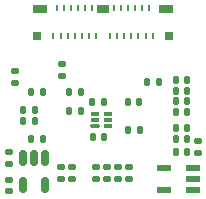
<source format=gbr>
%TF.GenerationSoftware,KiCad,Pcbnew,9.0.2*%
%TF.CreationDate,2025-10-20T10:27:04+08:00*%
%TF.ProjectId,IMX415,494d5834-3135-42e6-9b69-6361645f7063,rev?*%
%TF.SameCoordinates,Original*%
%TF.FileFunction,Paste,Bot*%
%TF.FilePolarity,Positive*%
%FSLAX46Y46*%
G04 Gerber Fmt 4.6, Leading zero omitted, Abs format (unit mm)*
G04 Created by KiCad (PCBNEW 9.0.2) date 2025-10-20 10:27:04*
%MOMM*%
%LPD*%
G01*
G04 APERTURE LIST*
G04 Aperture macros list*
%AMRoundRect*
0 Rectangle with rounded corners*
0 $1 Rounding radius*
0 $2 $3 $4 $5 $6 $7 $8 $9 X,Y pos of 4 corners*
0 Add a 4 corners polygon primitive as box body*
4,1,4,$2,$3,$4,$5,$6,$7,$8,$9,$2,$3,0*
0 Add four circle primitives for the rounded corners*
1,1,$1+$1,$2,$3*
1,1,$1+$1,$4,$5*
1,1,$1+$1,$6,$7*
1,1,$1+$1,$8,$9*
0 Add four rect primitives between the rounded corners*
20,1,$1+$1,$2,$3,$4,$5,0*
20,1,$1+$1,$4,$5,$6,$7,0*
20,1,$1+$1,$6,$7,$8,$9,0*
20,1,$1+$1,$8,$9,$2,$3,0*%
G04 Aperture macros list end*
%ADD10RoundRect,0.140000X-0.140000X-0.170000X0.140000X-0.170000X0.140000X0.170000X-0.140000X0.170000X0*%
%ADD11RoundRect,0.135000X-0.185000X0.135000X-0.185000X-0.135000X0.185000X-0.135000X0.185000X0.135000X0*%
%ADD12RoundRect,0.140000X0.170000X-0.140000X0.170000X0.140000X-0.170000X0.140000X-0.170000X-0.140000X0*%
%ADD13RoundRect,0.140000X0.140000X0.170000X-0.140000X0.170000X-0.140000X-0.170000X0.140000X-0.170000X0*%
%ADD14R,0.220000X0.520000*%
%ADD15R,0.700000X0.700000*%
%ADD16R,1.200000X0.700000*%
%ADD17R,1.000000X0.700000*%
%ADD18R,1.200000X0.600000*%
%ADD19RoundRect,0.135000X0.185000X-0.135000X0.185000X0.135000X-0.185000X0.135000X-0.185000X-0.135000X0*%
%ADD20RoundRect,0.070000X0.355000X-0.070000X0.355000X0.070000X-0.355000X0.070000X-0.355000X-0.070000X0*%
%ADD21RoundRect,0.070000X0.305000X-0.070000X0.305000X0.070000X-0.305000X0.070000X-0.305000X-0.070000X0*%
%ADD22RoundRect,0.150000X-0.150000X0.512500X-0.150000X-0.512500X0.150000X-0.512500X0.150000X0.512500X0*%
%ADD23RoundRect,0.140000X-0.170000X0.140000X-0.170000X-0.140000X0.170000X-0.140000X0.170000X0.140000X0*%
G04 APERTURE END LIST*
D10*
%TO.C,C22*%
X163194999Y-112690000D03*
X162234999Y-112690000D03*
%TD*%
D11*
%TO.C,R3*%
X163480000Y-115180001D03*
X163480000Y-116199999D03*
%TD*%
%TO.C,R4*%
X155655000Y-107090001D03*
X155655000Y-108109999D03*
%TD*%
D12*
%TO.C,C21*%
X171160000Y-113990000D03*
X171160000Y-113030000D03*
%TD*%
D10*
%TO.C,C25*%
X169280000Y-113970000D03*
X170240000Y-113970000D03*
%TD*%
D13*
%TO.C,C24*%
X163184999Y-109730000D03*
X162224999Y-109730000D03*
%TD*%
D14*
%TO.C,J2*%
X167328700Y-104125000D03*
X167028700Y-101755000D03*
X166728700Y-104125000D03*
X166428700Y-101755000D03*
X166128700Y-104125000D03*
X165828700Y-101755000D03*
X165528700Y-104125000D03*
X165228700Y-101755000D03*
X164928700Y-104125000D03*
X164628700Y-101755000D03*
X164328701Y-104125000D03*
X164028701Y-101755000D03*
X163728701Y-104125000D03*
X162528699Y-104125000D03*
X162228699Y-101755000D03*
X161928699Y-104125000D03*
X161628700Y-101755000D03*
X161328700Y-104125000D03*
X161028700Y-101755000D03*
X160728700Y-104125000D03*
X160428700Y-101755000D03*
X160128700Y-104125000D03*
X159828700Y-101755000D03*
X159528700Y-104125000D03*
X159228700Y-101755000D03*
X158928700Y-104125000D03*
D15*
X168728700Y-104114999D03*
D16*
X168478700Y-101815000D03*
D17*
X163128700Y-101815000D03*
D16*
X157778700Y-101815000D03*
D15*
X157528700Y-104114999D03*
%TD*%
D10*
%TO.C,C2*%
X165260000Y-112060000D03*
X166220000Y-112060000D03*
%TD*%
%TO.C,C12*%
X157070000Y-108870000D03*
X158030000Y-108870000D03*
%TD*%
D13*
%TO.C,C17*%
X170240000Y-108730000D03*
X169280000Y-108730000D03*
%TD*%
D10*
%TO.C,C13*%
X169270000Y-112860000D03*
X170230000Y-112860000D03*
%TD*%
D12*
%TO.C,C10*%
X159560000Y-116180000D03*
X159560000Y-115220000D03*
%TD*%
%TO.C,C3*%
X162540000Y-116190000D03*
X162540000Y-115230000D03*
%TD*%
D18*
%TO.C,PS1*%
X170780000Y-115260000D03*
X170779999Y-116210000D03*
X170780000Y-117160000D03*
X168280000Y-117160000D03*
X168280000Y-115260000D03*
%TD*%
D13*
%TO.C,C7*%
X170240000Y-110570000D03*
X169280000Y-110570000D03*
%TD*%
D10*
%TO.C,C15*%
X166880000Y-108030000D03*
X167840000Y-108030000D03*
%TD*%
D11*
%TO.C,R1*%
X164420000Y-115190001D03*
X164420000Y-116209999D03*
%TD*%
D12*
%TO.C,C6*%
X159650000Y-107460000D03*
X159650000Y-106500000D03*
%TD*%
D13*
%TO.C,C16*%
X170240000Y-109650000D03*
X169280000Y-109650000D03*
%TD*%
D19*
%TO.C,R2*%
X165360000Y-116209999D03*
X165360000Y-115190001D03*
%TD*%
D10*
%TO.C,C1*%
X160278700Y-110492772D03*
X161238700Y-110492772D03*
%TD*%
D12*
%TO.C,C19*%
X160480000Y-116190000D03*
X160480000Y-115230000D03*
%TD*%
D20*
%TO.C,U3*%
X162479999Y-111709999D03*
D21*
X162430000Y-111210000D03*
X162429999Y-110710000D03*
X163579999Y-110710000D03*
X163579998Y-111210000D03*
X163579999Y-111710000D03*
%TD*%
D10*
%TO.C,C18*%
X157070000Y-112860000D03*
X158030000Y-112860000D03*
%TD*%
D22*
%TO.C,U2*%
X156347501Y-114452500D03*
X157297500Y-114452500D03*
X158247499Y-114452500D03*
X158247499Y-116727500D03*
X156347501Y-116727500D03*
%TD*%
D13*
%TO.C,C8*%
X170240000Y-107810000D03*
X169280000Y-107810000D03*
%TD*%
%TO.C,C4*%
X157330000Y-111270000D03*
X156370000Y-111270000D03*
%TD*%
D10*
%TO.C,C5*%
X169270000Y-111940000D03*
X170230000Y-111940000D03*
%TD*%
%TO.C,C11*%
X165240000Y-109670000D03*
X166200000Y-109670000D03*
%TD*%
D13*
%TO.C,C14*%
X157330000Y-110350000D03*
X156370000Y-110350000D03*
%TD*%
D10*
%TO.C,C9*%
X160278700Y-108842772D03*
X161238700Y-108842772D03*
%TD*%
D12*
%TO.C,C23*%
X155130000Y-117229999D03*
X155130000Y-116269999D03*
%TD*%
D23*
%TO.C,C20*%
X155140001Y-113969999D03*
X155140001Y-114929999D03*
%TD*%
M02*

</source>
